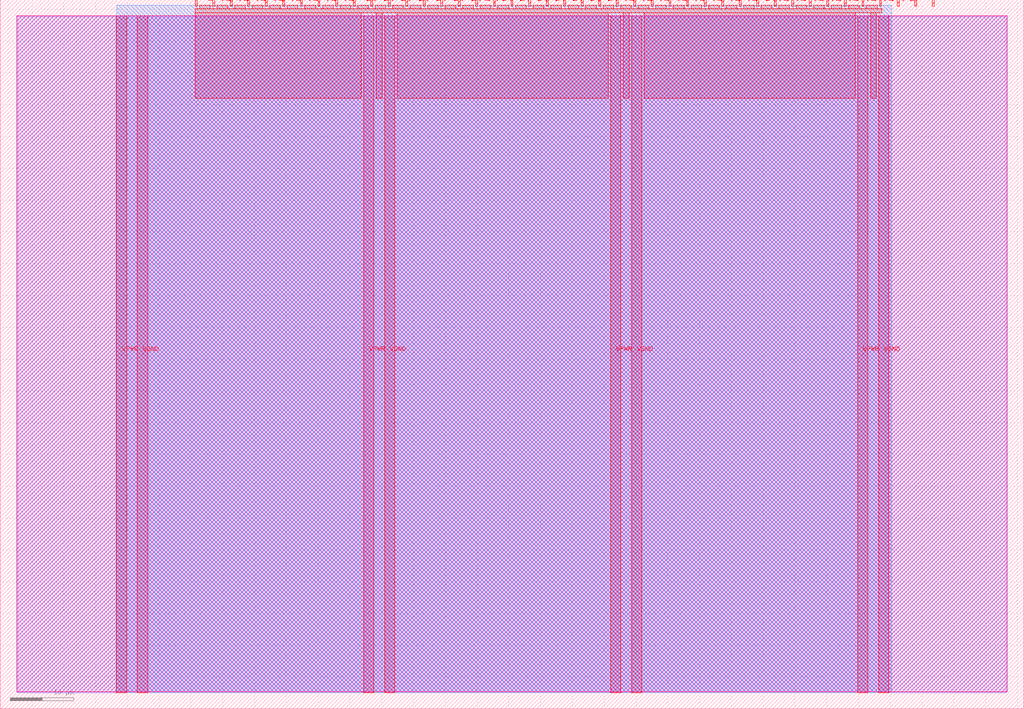
<source format=lef>
VERSION 5.7 ;
  NOWIREEXTENSIONATPIN ON ;
  DIVIDERCHAR "/" ;
  BUSBITCHARS "[]" ;
MACRO tt_um_wokwi_413871526879619073
  CLASS BLOCK ;
  FOREIGN tt_um_wokwi_413871526879619073 ;
  ORIGIN 0.000 0.000 ;
  SIZE 161.000 BY 111.520 ;
  PIN VGND
    DIRECTION INOUT ;
    USE GROUND ;
    PORT
      LAYER met4 ;
        RECT 21.580 2.480 23.180 109.040 ;
    END
    PORT
      LAYER met4 ;
        RECT 60.450 2.480 62.050 109.040 ;
    END
    PORT
      LAYER met4 ;
        RECT 99.320 2.480 100.920 109.040 ;
    END
    PORT
      LAYER met4 ;
        RECT 138.190 2.480 139.790 109.040 ;
    END
  END VGND
  PIN VPWR
    DIRECTION INOUT ;
    USE POWER ;
    PORT
      LAYER met4 ;
        RECT 18.280 2.480 19.880 109.040 ;
    END
    PORT
      LAYER met4 ;
        RECT 57.150 2.480 58.750 109.040 ;
    END
    PORT
      LAYER met4 ;
        RECT 96.020 2.480 97.620 109.040 ;
    END
    PORT
      LAYER met4 ;
        RECT 134.890 2.480 136.490 109.040 ;
    END
  END VPWR
  PIN clk
    DIRECTION INPUT ;
    USE SIGNAL ;
    PORT
      LAYER met4 ;
        RECT 143.830 110.520 144.130 111.520 ;
    END
  END clk
  PIN ena
    DIRECTION INPUT ;
    USE SIGNAL ;
    PORT
      LAYER met4 ;
        RECT 146.590 110.520 146.890 111.520 ;
    END
  END ena
  PIN rst_n
    DIRECTION INPUT ;
    USE SIGNAL ;
    PORT
      LAYER met4 ;
        RECT 141.070 110.520 141.370 111.520 ;
    END
  END rst_n
  PIN ui_in[0]
    DIRECTION INPUT ;
    USE SIGNAL ;
    ANTENNAGATEAREA 0.196500 ;
    PORT
      LAYER met4 ;
        RECT 138.310 110.520 138.610 111.520 ;
    END
  END ui_in[0]
  PIN ui_in[1]
    DIRECTION INPUT ;
    USE SIGNAL ;
    ANTENNAGATEAREA 0.196500 ;
    PORT
      LAYER met4 ;
        RECT 135.550 110.520 135.850 111.520 ;
    END
  END ui_in[1]
  PIN ui_in[2]
    DIRECTION INPUT ;
    USE SIGNAL ;
    ANTENNAGATEAREA 0.196500 ;
    PORT
      LAYER met4 ;
        RECT 132.790 110.520 133.090 111.520 ;
    END
  END ui_in[2]
  PIN ui_in[3]
    DIRECTION INPUT ;
    USE SIGNAL ;
    ANTENNAGATEAREA 0.196500 ;
    PORT
      LAYER met4 ;
        RECT 130.030 110.520 130.330 111.520 ;
    END
  END ui_in[3]
  PIN ui_in[4]
    DIRECTION INPUT ;
    USE SIGNAL ;
    ANTENNAGATEAREA 0.196500 ;
    PORT
      LAYER met4 ;
        RECT 127.270 110.520 127.570 111.520 ;
    END
  END ui_in[4]
  PIN ui_in[5]
    DIRECTION INPUT ;
    USE SIGNAL ;
    ANTENNAGATEAREA 0.196500 ;
    PORT
      LAYER met4 ;
        RECT 124.510 110.520 124.810 111.520 ;
    END
  END ui_in[5]
  PIN ui_in[6]
    DIRECTION INPUT ;
    USE SIGNAL ;
    PORT
      LAYER met4 ;
        RECT 121.750 110.520 122.050 111.520 ;
    END
  END ui_in[6]
  PIN ui_in[7]
    DIRECTION INPUT ;
    USE SIGNAL ;
    PORT
      LAYER met4 ;
        RECT 118.990 110.520 119.290 111.520 ;
    END
  END ui_in[7]
  PIN uio_in[0]
    DIRECTION INPUT ;
    USE SIGNAL ;
    PORT
      LAYER met4 ;
        RECT 116.230 110.520 116.530 111.520 ;
    END
  END uio_in[0]
  PIN uio_in[1]
    DIRECTION INPUT ;
    USE SIGNAL ;
    PORT
      LAYER met4 ;
        RECT 113.470 110.520 113.770 111.520 ;
    END
  END uio_in[1]
  PIN uio_in[2]
    DIRECTION INPUT ;
    USE SIGNAL ;
    PORT
      LAYER met4 ;
        RECT 110.710 110.520 111.010 111.520 ;
    END
  END uio_in[2]
  PIN uio_in[3]
    DIRECTION INPUT ;
    USE SIGNAL ;
    PORT
      LAYER met4 ;
        RECT 107.950 110.520 108.250 111.520 ;
    END
  END uio_in[3]
  PIN uio_in[4]
    DIRECTION INPUT ;
    USE SIGNAL ;
    PORT
      LAYER met4 ;
        RECT 105.190 110.520 105.490 111.520 ;
    END
  END uio_in[4]
  PIN uio_in[5]
    DIRECTION INPUT ;
    USE SIGNAL ;
    PORT
      LAYER met4 ;
        RECT 102.430 110.520 102.730 111.520 ;
    END
  END uio_in[5]
  PIN uio_in[6]
    DIRECTION INPUT ;
    USE SIGNAL ;
    PORT
      LAYER met4 ;
        RECT 99.670 110.520 99.970 111.520 ;
    END
  END uio_in[6]
  PIN uio_in[7]
    DIRECTION INPUT ;
    USE SIGNAL ;
    PORT
      LAYER met4 ;
        RECT 96.910 110.520 97.210 111.520 ;
    END
  END uio_in[7]
  PIN uio_oe[0]
    DIRECTION OUTPUT ;
    USE SIGNAL ;
    PORT
      LAYER met4 ;
        RECT 49.990 110.520 50.290 111.520 ;
    END
  END uio_oe[0]
  PIN uio_oe[1]
    DIRECTION OUTPUT ;
    USE SIGNAL ;
    PORT
      LAYER met4 ;
        RECT 47.230 110.520 47.530 111.520 ;
    END
  END uio_oe[1]
  PIN uio_oe[2]
    DIRECTION OUTPUT ;
    USE SIGNAL ;
    PORT
      LAYER met4 ;
        RECT 44.470 110.520 44.770 111.520 ;
    END
  END uio_oe[2]
  PIN uio_oe[3]
    DIRECTION OUTPUT ;
    USE SIGNAL ;
    PORT
      LAYER met4 ;
        RECT 41.710 110.520 42.010 111.520 ;
    END
  END uio_oe[3]
  PIN uio_oe[4]
    DIRECTION OUTPUT ;
    USE SIGNAL ;
    PORT
      LAYER met4 ;
        RECT 38.950 110.520 39.250 111.520 ;
    END
  END uio_oe[4]
  PIN uio_oe[5]
    DIRECTION OUTPUT ;
    USE SIGNAL ;
    PORT
      LAYER met4 ;
        RECT 36.190 110.520 36.490 111.520 ;
    END
  END uio_oe[5]
  PIN uio_oe[6]
    DIRECTION OUTPUT ;
    USE SIGNAL ;
    PORT
      LAYER met4 ;
        RECT 33.430 110.520 33.730 111.520 ;
    END
  END uio_oe[6]
  PIN uio_oe[7]
    DIRECTION OUTPUT ;
    USE SIGNAL ;
    PORT
      LAYER met4 ;
        RECT 30.670 110.520 30.970 111.520 ;
    END
  END uio_oe[7]
  PIN uio_out[0]
    DIRECTION OUTPUT ;
    USE SIGNAL ;
    PORT
      LAYER met4 ;
        RECT 72.070 110.520 72.370 111.520 ;
    END
  END uio_out[0]
  PIN uio_out[1]
    DIRECTION OUTPUT ;
    USE SIGNAL ;
    PORT
      LAYER met4 ;
        RECT 69.310 110.520 69.610 111.520 ;
    END
  END uio_out[1]
  PIN uio_out[2]
    DIRECTION OUTPUT ;
    USE SIGNAL ;
    PORT
      LAYER met4 ;
        RECT 66.550 110.520 66.850 111.520 ;
    END
  END uio_out[2]
  PIN uio_out[3]
    DIRECTION OUTPUT ;
    USE SIGNAL ;
    PORT
      LAYER met4 ;
        RECT 63.790 110.520 64.090 111.520 ;
    END
  END uio_out[3]
  PIN uio_out[4]
    DIRECTION OUTPUT ;
    USE SIGNAL ;
    PORT
      LAYER met4 ;
        RECT 61.030 110.520 61.330 111.520 ;
    END
  END uio_out[4]
  PIN uio_out[5]
    DIRECTION OUTPUT ;
    USE SIGNAL ;
    PORT
      LAYER met4 ;
        RECT 58.270 110.520 58.570 111.520 ;
    END
  END uio_out[5]
  PIN uio_out[6]
    DIRECTION OUTPUT ;
    USE SIGNAL ;
    PORT
      LAYER met4 ;
        RECT 55.510 110.520 55.810 111.520 ;
    END
  END uio_out[6]
  PIN uio_out[7]
    DIRECTION OUTPUT ;
    USE SIGNAL ;
    PORT
      LAYER met4 ;
        RECT 52.750 110.520 53.050 111.520 ;
    END
  END uio_out[7]
  PIN uo_out[0]
    DIRECTION OUTPUT ;
    USE SIGNAL ;
    PORT
      LAYER met4 ;
        RECT 94.150 110.520 94.450 111.520 ;
    END
  END uo_out[0]
  PIN uo_out[1]
    DIRECTION OUTPUT ;
    USE SIGNAL ;
    PORT
      LAYER met4 ;
        RECT 91.390 110.520 91.690 111.520 ;
    END
  END uo_out[1]
  PIN uo_out[2]
    DIRECTION OUTPUT ;
    USE SIGNAL ;
    PORT
      LAYER met4 ;
        RECT 88.630 110.520 88.930 111.520 ;
    END
  END uo_out[2]
  PIN uo_out[3]
    DIRECTION OUTPUT ;
    USE SIGNAL ;
    ANTENNADIFFAREA 0.795200 ;
    PORT
      LAYER met4 ;
        RECT 85.870 110.520 86.170 111.520 ;
    END
  END uo_out[3]
  PIN uo_out[4]
    DIRECTION OUTPUT ;
    USE SIGNAL ;
    PORT
      LAYER met4 ;
        RECT 83.110 110.520 83.410 111.520 ;
    END
  END uo_out[4]
  PIN uo_out[5]
    DIRECTION OUTPUT ;
    USE SIGNAL ;
    PORT
      LAYER met4 ;
        RECT 80.350 110.520 80.650 111.520 ;
    END
  END uo_out[5]
  PIN uo_out[6]
    DIRECTION OUTPUT ;
    USE SIGNAL ;
    PORT
      LAYER met4 ;
        RECT 77.590 110.520 77.890 111.520 ;
    END
  END uo_out[6]
  PIN uo_out[7]
    DIRECTION OUTPUT ;
    USE SIGNAL ;
    PORT
      LAYER met4 ;
        RECT 74.830 110.520 75.130 111.520 ;
    END
  END uo_out[7]
  OBS
      LAYER nwell ;
        RECT 2.570 2.635 158.430 108.990 ;
      LAYER li1 ;
        RECT 2.760 2.635 158.240 108.885 ;
      LAYER met1 ;
        RECT 2.760 2.480 158.240 109.040 ;
      LAYER met2 ;
        RECT 18.310 2.535 140.210 110.685 ;
      LAYER met3 ;
        RECT 18.290 2.555 140.235 110.665 ;
      LAYER met4 ;
        RECT 31.370 110.120 33.030 110.665 ;
        RECT 34.130 110.120 35.790 110.665 ;
        RECT 36.890 110.120 38.550 110.665 ;
        RECT 39.650 110.120 41.310 110.665 ;
        RECT 42.410 110.120 44.070 110.665 ;
        RECT 45.170 110.120 46.830 110.665 ;
        RECT 47.930 110.120 49.590 110.665 ;
        RECT 50.690 110.120 52.350 110.665 ;
        RECT 53.450 110.120 55.110 110.665 ;
        RECT 56.210 110.120 57.870 110.665 ;
        RECT 58.970 110.120 60.630 110.665 ;
        RECT 61.730 110.120 63.390 110.665 ;
        RECT 64.490 110.120 66.150 110.665 ;
        RECT 67.250 110.120 68.910 110.665 ;
        RECT 70.010 110.120 71.670 110.665 ;
        RECT 72.770 110.120 74.430 110.665 ;
        RECT 75.530 110.120 77.190 110.665 ;
        RECT 78.290 110.120 79.950 110.665 ;
        RECT 81.050 110.120 82.710 110.665 ;
        RECT 83.810 110.120 85.470 110.665 ;
        RECT 86.570 110.120 88.230 110.665 ;
        RECT 89.330 110.120 90.990 110.665 ;
        RECT 92.090 110.120 93.750 110.665 ;
        RECT 94.850 110.120 96.510 110.665 ;
        RECT 97.610 110.120 99.270 110.665 ;
        RECT 100.370 110.120 102.030 110.665 ;
        RECT 103.130 110.120 104.790 110.665 ;
        RECT 105.890 110.120 107.550 110.665 ;
        RECT 108.650 110.120 110.310 110.665 ;
        RECT 111.410 110.120 113.070 110.665 ;
        RECT 114.170 110.120 115.830 110.665 ;
        RECT 116.930 110.120 118.590 110.665 ;
        RECT 119.690 110.120 121.350 110.665 ;
        RECT 122.450 110.120 124.110 110.665 ;
        RECT 125.210 110.120 126.870 110.665 ;
        RECT 127.970 110.120 129.630 110.665 ;
        RECT 130.730 110.120 132.390 110.665 ;
        RECT 133.490 110.120 135.150 110.665 ;
        RECT 136.250 110.120 137.910 110.665 ;
        RECT 30.655 109.440 138.625 110.120 ;
        RECT 30.655 96.055 56.750 109.440 ;
        RECT 59.150 96.055 60.050 109.440 ;
        RECT 62.450 96.055 95.620 109.440 ;
        RECT 98.020 96.055 98.920 109.440 ;
        RECT 101.320 96.055 134.490 109.440 ;
        RECT 136.890 96.055 137.790 109.440 ;
  END
END tt_um_wokwi_413871526879619073
END LIBRARY


</source>
